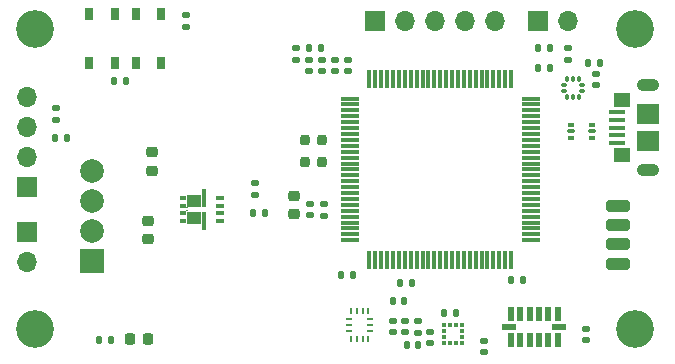
<source format=gbr>
%TF.GenerationSoftware,KiCad,Pcbnew,8.0.6*%
%TF.CreationDate,2025-01-17T09:04:30-05:00*%
%TF.ProjectId,Vanguard_V2,56616e67-7561-4726-945f-56322e6b6963,rev?*%
%TF.SameCoordinates,Original*%
%TF.FileFunction,Soldermask,Top*%
%TF.FilePolarity,Negative*%
%FSLAX46Y46*%
G04 Gerber Fmt 4.6, Leading zero omitted, Abs format (unit mm)*
G04 Created by KiCad (PCBNEW 8.0.6) date 2025-01-17 09:04:30*
%MOMM*%
%LPD*%
G01*
G04 APERTURE LIST*
G04 Aperture macros list*
%AMRoundRect*
0 Rectangle with rounded corners*
0 $1 Rounding radius*
0 $2 $3 $4 $5 $6 $7 $8 $9 X,Y pos of 4 corners*
0 Add a 4 corners polygon primitive as box body*
4,1,4,$2,$3,$4,$5,$6,$7,$8,$9,$2,$3,0*
0 Add four circle primitives for the rounded corners*
1,1,$1+$1,$2,$3*
1,1,$1+$1,$4,$5*
1,1,$1+$1,$6,$7*
1,1,$1+$1,$8,$9*
0 Add four rect primitives between the rounded corners*
20,1,$1+$1,$2,$3,$4,$5,0*
20,1,$1+$1,$4,$5,$6,$7,0*
20,1,$1+$1,$6,$7,$8,$9,0*
20,1,$1+$1,$8,$9,$2,$3,0*%
G04 Aperture macros list end*
%ADD10R,0.760000X0.350000*%
%ADD11R,0.600000X0.400000*%
%ADD12R,1.310000X1.010000*%
%ADD13R,0.430000X1.510000*%
%ADD14R,0.090000X1.130000*%
%ADD15R,0.160000X0.065000*%
%ADD16R,0.550000X1.145000*%
%ADD17R,1.145000X0.550000*%
%ADD18R,1.700000X1.700000*%
%ADD19O,1.700000X1.700000*%
%ADD20RoundRect,0.135000X-0.135000X-0.185000X0.135000X-0.185000X0.135000X0.185000X-0.135000X0.185000X0*%
%ADD21RoundRect,0.135000X-0.185000X0.135000X-0.185000X-0.135000X0.185000X-0.135000X0.185000X0.135000X0*%
%ADD22RoundRect,0.087500X-0.125000X-0.087500X0.125000X-0.087500X0.125000X0.087500X-0.125000X0.087500X0*%
%ADD23RoundRect,0.087500X-0.087500X-0.125000X0.087500X-0.125000X0.087500X0.125000X-0.087500X0.125000X0*%
%ADD24RoundRect,0.140000X0.140000X0.170000X-0.140000X0.170000X-0.140000X-0.170000X0.140000X-0.170000X0*%
%ADD25RoundRect,0.140000X0.170000X-0.140000X0.170000X0.140000X-0.170000X0.140000X-0.170000X-0.140000X0*%
%ADD26RoundRect,0.250000X0.750000X-0.250000X0.750000X0.250000X-0.750000X0.250000X-0.750000X-0.250000X0*%
%ADD27RoundRect,0.218750X-0.256250X0.218750X-0.256250X-0.218750X0.256250X-0.218750X0.256250X0.218750X0*%
%ADD28R,0.250000X0.475000*%
%ADD29R,0.475000X0.250000*%
%ADD30C,3.200000*%
%ADD31RoundRect,0.140000X-0.170000X0.140000X-0.170000X-0.140000X0.170000X-0.140000X0.170000X0.140000X0*%
%ADD32RoundRect,0.140000X-0.140000X-0.170000X0.140000X-0.170000X0.140000X0.170000X-0.140000X0.170000X0*%
%ADD33R,0.650000X1.050000*%
%ADD34RoundRect,0.218750X0.256250X-0.218750X0.256250X0.218750X-0.256250X0.218750X-0.256250X-0.218750X0*%
%ADD35RoundRect,0.135000X0.135000X0.185000X-0.135000X0.185000X-0.135000X-0.185000X0.135000X-0.185000X0*%
%ADD36RoundRect,0.075000X-0.725000X-0.075000X0.725000X-0.075000X0.725000X0.075000X-0.725000X0.075000X0*%
%ADD37RoundRect,0.075000X-0.075000X-0.725000X0.075000X-0.725000X0.075000X0.725000X-0.075000X0.725000X0*%
%ADD38R,0.375000X0.350000*%
%ADD39R,0.350000X0.375000*%
%ADD40R,1.400000X0.400000*%
%ADD41O,1.900000X1.050000*%
%ADD42R,1.450000X1.150000*%
%ADD43R,1.900000X1.750000*%
%ADD44RoundRect,0.093750X0.156250X0.093750X-0.156250X0.093750X-0.156250X-0.093750X0.156250X-0.093750X0*%
%ADD45RoundRect,0.075000X0.250000X0.075000X-0.250000X0.075000X-0.250000X-0.075000X0.250000X-0.075000X0*%
%ADD46RoundRect,0.225000X-0.250000X0.225000X-0.250000X-0.225000X0.250000X-0.225000X0.250000X0.225000X0*%
%ADD47RoundRect,0.218750X0.218750X0.256250X-0.218750X0.256250X-0.218750X-0.256250X0.218750X-0.256250X0*%
%ADD48RoundRect,0.200000X-0.200000X-0.250000X0.200000X-0.250000X0.200000X0.250000X-0.200000X0.250000X0*%
%ADD49R,2.000000X2.000000*%
%ADD50C,2.000000*%
%ADD51RoundRect,0.250000X-0.750000X0.250000X-0.750000X-0.250000X0.750000X-0.250000X0.750000X0.250000X0*%
%ADD52RoundRect,0.135000X0.185000X-0.135000X0.185000X0.135000X-0.185000X0.135000X-0.185000X-0.135000X0*%
G04 APERTURE END LIST*
D10*
%TO.C,Q1*%
X115700000Y-91250000D03*
X115700000Y-90600000D03*
X115700000Y-89950000D03*
X115700000Y-89300000D03*
D11*
X112520000Y-89300000D03*
X112520000Y-89950000D03*
X112520000Y-90600000D03*
X112520000Y-91250000D03*
D12*
X113475000Y-90970000D03*
D13*
X114345000Y-91220000D03*
D14*
X114605000Y-91030000D03*
X114605000Y-89520000D03*
D13*
X114345000Y-89330000D03*
D12*
X113475000Y-89580000D03*
D15*
X112900000Y-90433000D03*
X112900000Y-90117000D03*
%TD*%
D16*
%TO.C,IC3*%
X140272000Y-101300000D03*
X141072000Y-101300000D03*
X141872000Y-101300000D03*
X142672000Y-101300000D03*
X143472000Y-101300000D03*
X144272000Y-101300000D03*
D17*
X144370000Y-100202000D03*
D16*
X144272000Y-99104000D03*
X143472000Y-99104000D03*
X142672000Y-99104000D03*
X141872000Y-99104000D03*
X141072000Y-99104000D03*
X140272000Y-99104000D03*
D17*
X140174000Y-100202000D03*
%TD*%
D18*
%TO.C,J1*%
X99314000Y-92197000D03*
D19*
X99314000Y-94737000D03*
%TD*%
D18*
%TO.C,J5*%
X142616000Y-74295000D03*
D19*
X145156000Y-74295000D03*
%TD*%
D20*
%TO.C,R4*%
X105390000Y-101300000D03*
X106410000Y-101300000D03*
%TD*%
D21*
%TO.C,R8*%
X101800000Y-81700000D03*
X101800000Y-82720000D03*
%TD*%
D22*
%TO.C,U4*%
X144779500Y-79760000D03*
X144779500Y-80260000D03*
D23*
X145042000Y-80772500D03*
X145542000Y-80772500D03*
X146042000Y-80772500D03*
D22*
X146304500Y-80260000D03*
X146304500Y-79760000D03*
D23*
X146042000Y-79247500D03*
X145542000Y-79247500D03*
X145042000Y-79247500D03*
%TD*%
D24*
%TO.C,C18*%
X107680000Y-79400000D03*
X106720000Y-79400000D03*
%TD*%
D25*
%TO.C,C27*%
X132461000Y-100683000D03*
X132461000Y-99723000D03*
%TD*%
D26*
%TO.C,TP2*%
X149400000Y-91600000D03*
%TD*%
D25*
%TO.C,C3*%
X123317000Y-90749000D03*
X123317000Y-89789000D03*
%TD*%
%TO.C,C24*%
X131318000Y-100655000D03*
X131318000Y-99695000D03*
%TD*%
D24*
%TO.C,C20*%
X143580000Y-78300000D03*
X142620000Y-78300000D03*
%TD*%
D27*
%TO.C,D4*%
X109600000Y-91212500D03*
X109600000Y-92787500D03*
%TD*%
D25*
%TO.C,C4*%
X124460000Y-90777000D03*
X124460000Y-89817000D03*
%TD*%
D28*
%TO.C,IC4*%
X126735000Y-101227000D03*
X127235000Y-101227000D03*
X127735000Y-101227000D03*
X128235000Y-101227000D03*
D29*
X128397000Y-100564000D03*
X128397000Y-100064000D03*
X128397000Y-99564000D03*
D28*
X128235000Y-98901000D03*
X127735000Y-98901000D03*
X127235000Y-98901000D03*
X126735000Y-98901000D03*
D29*
X126573000Y-99564000D03*
X126573000Y-100064000D03*
X126573000Y-100564000D03*
%TD*%
D30*
%TO.C,H1*%
X100000000Y-75000000D03*
%TD*%
D31*
%TO.C,C9*%
X123200000Y-77620000D03*
X123200000Y-78580000D03*
%TD*%
D32*
%TO.C,C19*%
X140320000Y-96200000D03*
X141280000Y-96200000D03*
%TD*%
D26*
%TO.C,TP1*%
X149400000Y-90000000D03*
%TD*%
D33*
%TO.C,SW2*%
X110676000Y-73744000D03*
X110676000Y-77894000D03*
X108526000Y-73744000D03*
X108526000Y-77894000D03*
%TD*%
D21*
%TO.C,R5*%
X112800000Y-73790000D03*
X112800000Y-74810000D03*
%TD*%
D34*
%TO.C,D5*%
X109900000Y-86987500D03*
X109900000Y-85412500D03*
%TD*%
D25*
%TO.C,C26*%
X130290932Y-100651932D03*
X130290932Y-99691932D03*
%TD*%
D33*
%TO.C,SW1*%
X104589000Y-77894000D03*
X104589000Y-73744000D03*
X106739000Y-77894000D03*
X106739000Y-73744000D03*
%TD*%
D24*
%TO.C,C1*%
X147800000Y-77851000D03*
X146840000Y-77851000D03*
%TD*%
D20*
%TO.C,R13*%
X118490000Y-90600000D03*
X119510000Y-90600000D03*
%TD*%
D30*
%TO.C,H4*%
X150800000Y-100400000D03*
%TD*%
D24*
%TO.C,C29*%
X132433000Y-101700000D03*
X131473000Y-101700000D03*
%TD*%
D25*
%TO.C,C2*%
X147500000Y-79728000D03*
X147500000Y-78768000D03*
%TD*%
D24*
%TO.C,C28*%
X135608000Y-99060000D03*
X134648000Y-99060000D03*
%TD*%
D35*
%TO.C,R6*%
X131910000Y-96500000D03*
X130890000Y-96500000D03*
%TD*%
D36*
%TO.C,U1*%
X126636000Y-80876000D03*
X126636000Y-81376000D03*
X126636000Y-81876000D03*
X126636000Y-82376000D03*
X126636000Y-82876000D03*
X126636000Y-83376000D03*
X126636000Y-83876000D03*
X126636000Y-84376000D03*
X126636000Y-84876000D03*
X126636000Y-85376000D03*
X126636000Y-85876000D03*
X126636000Y-86376000D03*
X126636000Y-86876000D03*
X126636000Y-87376000D03*
X126636000Y-87876000D03*
X126636000Y-88376000D03*
X126636000Y-88876000D03*
X126636000Y-89376000D03*
X126636000Y-89876000D03*
X126636000Y-90376000D03*
X126636000Y-90876000D03*
X126636000Y-91376000D03*
X126636000Y-91876000D03*
X126636000Y-92376000D03*
X126636000Y-92876000D03*
D37*
X128311000Y-94551000D03*
X128811000Y-94551000D03*
X129311000Y-94551000D03*
X129811000Y-94551000D03*
X130311000Y-94551000D03*
X130811000Y-94551000D03*
X131311000Y-94551000D03*
X131811000Y-94551000D03*
X132311000Y-94551000D03*
X132811000Y-94551000D03*
X133311000Y-94551000D03*
X133811000Y-94551000D03*
X134311000Y-94551000D03*
X134811000Y-94551000D03*
X135311000Y-94551000D03*
X135811000Y-94551000D03*
X136311000Y-94551000D03*
X136811000Y-94551000D03*
X137311000Y-94551000D03*
X137811000Y-94551000D03*
X138311000Y-94551000D03*
X138811000Y-94551000D03*
X139311000Y-94551000D03*
X139811000Y-94551000D03*
X140311000Y-94551000D03*
D36*
X141986000Y-92876000D03*
X141986000Y-92376000D03*
X141986000Y-91876000D03*
X141986000Y-91376000D03*
X141986000Y-90876000D03*
X141986000Y-90376000D03*
X141986000Y-89876000D03*
X141986000Y-89376000D03*
X141986000Y-88876000D03*
X141986000Y-88376000D03*
X141986000Y-87876000D03*
X141986000Y-87376000D03*
X141986000Y-86876000D03*
X141986000Y-86376000D03*
X141986000Y-85876000D03*
X141986000Y-85376000D03*
X141986000Y-84876000D03*
X141986000Y-84376000D03*
X141986000Y-83876000D03*
X141986000Y-83376000D03*
X141986000Y-82876000D03*
X141986000Y-82376000D03*
X141986000Y-81876000D03*
X141986000Y-81376000D03*
X141986000Y-80876000D03*
D37*
X140311000Y-79201000D03*
X139811000Y-79201000D03*
X139311000Y-79201000D03*
X138811000Y-79201000D03*
X138311000Y-79201000D03*
X137811000Y-79201000D03*
X137311000Y-79201000D03*
X136811000Y-79201000D03*
X136311000Y-79201000D03*
X135811000Y-79201000D03*
X135311000Y-79201000D03*
X134811000Y-79201000D03*
X134311000Y-79201000D03*
X133811000Y-79201000D03*
X133311000Y-79201000D03*
X132811000Y-79201000D03*
X132311000Y-79201000D03*
X131811000Y-79201000D03*
X131311000Y-79201000D03*
X130811000Y-79201000D03*
X130311000Y-79201000D03*
X129811000Y-79201000D03*
X129311000Y-79201000D03*
X128811000Y-79201000D03*
X128311000Y-79201000D03*
%TD*%
D31*
%TO.C,C10*%
X124300000Y-77620000D03*
X124300000Y-78580000D03*
%TD*%
D25*
%TO.C,C30*%
X133477000Y-101572000D03*
X133477000Y-100612000D03*
%TD*%
D38*
%TO.C,U5*%
X136144500Y-101588000D03*
X136144500Y-101088000D03*
X136144500Y-100588000D03*
X136144500Y-100088000D03*
D39*
X135632000Y-100075500D03*
X135132000Y-100075500D03*
D38*
X134619500Y-100088000D03*
X134619500Y-100588000D03*
X134619500Y-101088000D03*
X134619500Y-101588000D03*
D39*
X135132000Y-101600500D03*
X135632000Y-101600500D03*
%TD*%
D20*
%TO.C,R7*%
X125890000Y-95800000D03*
X126910000Y-95800000D03*
%TD*%
D21*
%TO.C,R14*%
X118600000Y-87990000D03*
X118600000Y-89010000D03*
%TD*%
D26*
%TO.C,TP3*%
X149400000Y-93200000D03*
%TD*%
D32*
%TO.C,C14*%
X123220000Y-76600000D03*
X124180000Y-76600000D03*
%TD*%
D25*
%TO.C,C22*%
X146685000Y-101318000D03*
X146685000Y-100358000D03*
%TD*%
D40*
%TO.C,J8*%
X149242000Y-84631000D03*
X149242000Y-83981000D03*
X149242000Y-83331000D03*
X149242000Y-82681000D03*
X149242000Y-82031000D03*
D41*
X151892000Y-86906000D03*
D42*
X149662000Y-85651000D03*
D43*
X151892000Y-84456000D03*
X151892000Y-82206000D03*
D42*
X149662000Y-81011000D03*
D41*
X151892000Y-79756000D03*
%TD*%
D35*
%TO.C,R2*%
X143639000Y-76581000D03*
X142619000Y-76581000D03*
%TD*%
D44*
%TO.C,U3*%
X147122000Y-84186000D03*
D45*
X147197000Y-83648500D03*
D44*
X147122000Y-83111000D03*
X145422000Y-83111000D03*
D45*
X145347000Y-83648500D03*
D44*
X145422000Y-84186000D03*
%TD*%
D46*
%TO.C,FB1*%
X121920000Y-89141000D03*
X121920000Y-90691000D03*
%TD*%
D25*
%TO.C,C13*%
X122100000Y-77580000D03*
X122100000Y-76620000D03*
%TD*%
D47*
%TO.C,D1*%
X109587500Y-101200000D03*
X108012500Y-101200000D03*
%TD*%
D18*
%TO.C,J2*%
X128778000Y-74295000D03*
D19*
X131318000Y-74295000D03*
X133858000Y-74295000D03*
X136398000Y-74295000D03*
X138938000Y-74295000D03*
%TD*%
D18*
%TO.C,J4*%
X99314000Y-88392000D03*
D19*
X99314000Y-85852000D03*
X99314000Y-83312000D03*
X99314000Y-80772000D03*
%TD*%
D31*
%TO.C,C21*%
X138049000Y-101374000D03*
X138049000Y-102334000D03*
%TD*%
%TO.C,C11*%
X125400000Y-77620000D03*
X125400000Y-78580000D03*
%TD*%
D48*
%TO.C,X1*%
X122846000Y-84419000D03*
X122846000Y-86269000D03*
X124296000Y-86269000D03*
X124296000Y-84419000D03*
%TD*%
D30*
%TO.C,H2*%
X150800000Y-75000000D03*
%TD*%
D49*
%TO.C,J6*%
X104800000Y-94620000D03*
D50*
X104800000Y-92080000D03*
X104800000Y-89540000D03*
X104800000Y-87000000D03*
%TD*%
D51*
%TO.C,TP4*%
X149400000Y-94900000D03*
%TD*%
D30*
%TO.C,H3*%
X100000000Y-100400000D03*
%TD*%
D35*
%TO.C,R9*%
X102710000Y-84190000D03*
X101690000Y-84190000D03*
%TD*%
D31*
%TO.C,C12*%
X126500000Y-77620000D03*
X126500000Y-78580000D03*
%TD*%
D52*
%TO.C,R1*%
X145161000Y-77599000D03*
X145161000Y-76579000D03*
%TD*%
D32*
%TO.C,C25*%
X130320000Y-98000000D03*
X131280000Y-98000000D03*
%TD*%
M02*

</source>
